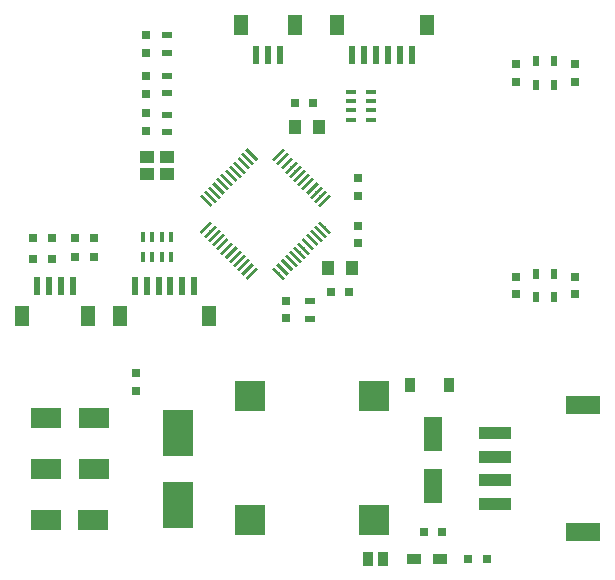
<source format=gtp>
G04 #@! TF.GenerationSoftware,KiCad,Pcbnew,(2018-02-15 revision 29b28de31)-makepkg*
G04 #@! TF.CreationDate,2018-05-29T16:30:00+09:30*
G04 #@! TF.ProjectId,ATM90E3x_fw,41544D39304533785F66772E6B696361,rev?*
G04 #@! TF.SameCoordinates,Original*
G04 #@! TF.FileFunction,Paste,Top*
G04 #@! TF.FilePolarity,Positive*
%FSLAX46Y46*%
G04 Gerber Fmt 4.6, Leading zero omitted, Abs format (unit mm)*
G04 Created by KiCad (PCBNEW (2018-02-15 revision 29b28de31)-makepkg) date 05/29/18 16:30:00*
%MOMM*%
%LPD*%
G01*
G04 APERTURE LIST*
%ADD10R,1.200000X1.800000*%
%ADD11R,0.600000X1.550000*%
%ADD12R,1.000000X1.250000*%
%ADD13R,2.500000X1.800000*%
%ADD14R,2.999740X1.498600*%
%ADD15R,2.738120X1.008380*%
%ADD16R,1.600000X3.000000*%
%ADD17R,2.500000X4.000000*%
%ADD18R,0.800000X0.750000*%
%ADD19R,0.750000X0.800000*%
%ADD20R,0.970000X1.270000*%
%ADD21R,0.900000X0.400000*%
%ADD22R,0.900000X1.200000*%
%ADD23R,0.800000X0.800000*%
%ADD24R,1.200000X0.900000*%
%ADD25R,0.400000X0.900000*%
%ADD26R,1.150000X1.000000*%
%ADD27R,0.500000X0.900000*%
%ADD28R,0.900000X0.500000*%
%ADD29R,2.500000X2.500000*%
%ADD30C,0.250000*%
%ADD31C,0.100000*%
G04 APERTURE END LIST*
D10*
X108192000Y-67041000D03*
X113792000Y-67041000D03*
D11*
X109492000Y-64516000D03*
X110492000Y-64516000D03*
X111492000Y-64516000D03*
X112492000Y-64516000D03*
X122779000Y-64531000D03*
X121779000Y-64531000D03*
X120779000Y-64531000D03*
X119779000Y-64531000D03*
X118779000Y-64531000D03*
X117779000Y-64531000D03*
D10*
X124079000Y-67056000D03*
X116479000Y-67056000D03*
X142494000Y-42418000D03*
X134894000Y-42418000D03*
D11*
X141194000Y-44943000D03*
X140194000Y-44943000D03*
X139194000Y-44943000D03*
X138194000Y-44943000D03*
X137194000Y-44943000D03*
X136194000Y-44943000D03*
D10*
X131318000Y-42418000D03*
X126718000Y-42418000D03*
D11*
X130018000Y-44943000D03*
X129018000Y-44943000D03*
X128018000Y-44943000D03*
D12*
X134144000Y-62992000D03*
X136144000Y-62992000D03*
X131350000Y-51054000D03*
X133350000Y-51054000D03*
D13*
X114236000Y-84328000D03*
X110236000Y-84328000D03*
X114268000Y-80010000D03*
X110268000Y-80010000D03*
X114268000Y-75692000D03*
X110268000Y-75692000D03*
D14*
X155735020Y-85407500D03*
X155735020Y-74609960D03*
D15*
X148236940Y-83009740D03*
X148236940Y-81008220D03*
X148236940Y-79011780D03*
X148236940Y-77010260D03*
D16*
X143002000Y-77048000D03*
X143002000Y-81448000D03*
D17*
X121412000Y-83060000D03*
X121412000Y-76960000D03*
D18*
X142252000Y-85344000D03*
X143752000Y-85344000D03*
D19*
X117856000Y-71894000D03*
X117856000Y-73394000D03*
D20*
X138816000Y-87630000D03*
X137536000Y-87630000D03*
D21*
X137756000Y-49676000D03*
X137756000Y-48876000D03*
X137756000Y-50476000D03*
X137756000Y-48076000D03*
X136056000Y-50476000D03*
X136056000Y-49676000D03*
X136056000Y-48876000D03*
X136056000Y-48076000D03*
D22*
X141098000Y-72898000D03*
X144398000Y-72898000D03*
D23*
X146012000Y-87630000D03*
X147612000Y-87630000D03*
D24*
X141394000Y-87630000D03*
X143594000Y-87630000D03*
D25*
X120034000Y-60364000D03*
X119234000Y-60364000D03*
X120834000Y-60364000D03*
X118434000Y-60364000D03*
X120834000Y-62064000D03*
X120034000Y-62064000D03*
X119234000Y-62064000D03*
X118434000Y-62064000D03*
D18*
X131342000Y-49022000D03*
X132842000Y-49022000D03*
D19*
X118745000Y-44807000D03*
X118745000Y-43307000D03*
X136652000Y-60936000D03*
X136652000Y-59436000D03*
D18*
X134378000Y-65024000D03*
X135878000Y-65024000D03*
D19*
X130556000Y-65786000D03*
X130556000Y-67286000D03*
X118745000Y-51435000D03*
X118745000Y-49935000D03*
X150000000Y-45750000D03*
X150000000Y-47250000D03*
X136652000Y-56896000D03*
X136652000Y-55396000D03*
X155000000Y-45750000D03*
X155000000Y-47250000D03*
X150000000Y-63750000D03*
X150000000Y-65250000D03*
X155000000Y-63750000D03*
X155000000Y-65250000D03*
X118745000Y-48260000D03*
X118745000Y-46760000D03*
D26*
X120509000Y-53656000D03*
X118759000Y-53656000D03*
X118759000Y-55056000D03*
X120509000Y-55056000D03*
D27*
X151750000Y-63500000D03*
X153250000Y-63500000D03*
X153250000Y-65500000D03*
X151750000Y-65500000D03*
D28*
X120523000Y-43331000D03*
X120523000Y-44831000D03*
X120523000Y-46736000D03*
X120523000Y-48236000D03*
X132588000Y-67310000D03*
X132588000Y-65810000D03*
X120523000Y-50038000D03*
X120523000Y-51538000D03*
D29*
X127492000Y-84344000D03*
X137992000Y-84344000D03*
X137992000Y-73844000D03*
X127492000Y-73844000D03*
D23*
X114338000Y-60452000D03*
X112738000Y-60452000D03*
X109182000Y-60452000D03*
X110782000Y-60452000D03*
X109182000Y-62230000D03*
X110782000Y-62230000D03*
X114338000Y-62103000D03*
X112738000Y-62103000D03*
D27*
X153250000Y-45500000D03*
X151750000Y-45500000D03*
X151750000Y-47500000D03*
X153250000Y-47500000D03*
D30*
X133831458Y-57311429D03*
D31*
G36*
X134202689Y-56763421D02*
X134379466Y-56940198D01*
X133460227Y-57859437D01*
X133283450Y-57682660D01*
X134202689Y-56763421D01*
X134202689Y-56763421D01*
G37*
D30*
X133477905Y-56957876D03*
D31*
G36*
X133849136Y-56409868D02*
X134025913Y-56586645D01*
X133106674Y-57505884D01*
X132929897Y-57329107D01*
X133849136Y-56409868D01*
X133849136Y-56409868D01*
G37*
D30*
X133124351Y-56604322D03*
D31*
G36*
X133495582Y-56056314D02*
X133672359Y-56233091D01*
X132753120Y-57152330D01*
X132576343Y-56975553D01*
X133495582Y-56056314D01*
X133495582Y-56056314D01*
G37*
D30*
X132770798Y-56250769D03*
D31*
G36*
X133142029Y-55702761D02*
X133318806Y-55879538D01*
X132399567Y-56798777D01*
X132222790Y-56622000D01*
X133142029Y-55702761D01*
X133142029Y-55702761D01*
G37*
D30*
X132417245Y-55897216D03*
D31*
G36*
X132788476Y-55349208D02*
X132965253Y-55525985D01*
X132046014Y-56445224D01*
X131869237Y-56268447D01*
X132788476Y-55349208D01*
X132788476Y-55349208D01*
G37*
D30*
X132063691Y-55543662D03*
D31*
G36*
X132434922Y-54995654D02*
X132611699Y-55172431D01*
X131692460Y-56091670D01*
X131515683Y-55914893D01*
X132434922Y-54995654D01*
X132434922Y-54995654D01*
G37*
D30*
X131710138Y-55190109D03*
D31*
G36*
X132081369Y-54642101D02*
X132258146Y-54818878D01*
X131338907Y-55738117D01*
X131162130Y-55561340D01*
X132081369Y-54642101D01*
X132081369Y-54642101D01*
G37*
D30*
X131356584Y-54836555D03*
D31*
G36*
X131727815Y-54288547D02*
X131904592Y-54465324D01*
X130985353Y-55384563D01*
X130808576Y-55207786D01*
X131727815Y-54288547D01*
X131727815Y-54288547D01*
G37*
D30*
X131003031Y-54483002D03*
D31*
G36*
X131374262Y-53934994D02*
X131551039Y-54111771D01*
X130631800Y-55031010D01*
X130455023Y-54854233D01*
X131374262Y-53934994D01*
X131374262Y-53934994D01*
G37*
D30*
X130649478Y-54129449D03*
D31*
G36*
X131020709Y-53581441D02*
X131197486Y-53758218D01*
X130278247Y-54677457D01*
X130101470Y-54500680D01*
X131020709Y-53581441D01*
X131020709Y-53581441D01*
G37*
D30*
X130295924Y-53775895D03*
D31*
G36*
X130667155Y-53227887D02*
X130843932Y-53404664D01*
X129924693Y-54323903D01*
X129747916Y-54147126D01*
X130667155Y-53227887D01*
X130667155Y-53227887D01*
G37*
D30*
X129942371Y-53422342D03*
D31*
G36*
X130313602Y-52874334D02*
X130490379Y-53051111D01*
X129571140Y-53970350D01*
X129394363Y-53793573D01*
X130313602Y-52874334D01*
X130313602Y-52874334D01*
G37*
D30*
X127679629Y-53422342D03*
D31*
G36*
X127131621Y-53051111D02*
X127308398Y-52874334D01*
X128227637Y-53793573D01*
X128050860Y-53970350D01*
X127131621Y-53051111D01*
X127131621Y-53051111D01*
G37*
D30*
X127326076Y-53775895D03*
D31*
G36*
X126778068Y-53404664D02*
X126954845Y-53227887D01*
X127874084Y-54147126D01*
X127697307Y-54323903D01*
X126778068Y-53404664D01*
X126778068Y-53404664D01*
G37*
D30*
X126972522Y-54129449D03*
D31*
G36*
X126424514Y-53758218D02*
X126601291Y-53581441D01*
X127520530Y-54500680D01*
X127343753Y-54677457D01*
X126424514Y-53758218D01*
X126424514Y-53758218D01*
G37*
D30*
X126618969Y-54483002D03*
D31*
G36*
X126070961Y-54111771D02*
X126247738Y-53934994D01*
X127166977Y-54854233D01*
X126990200Y-55031010D01*
X126070961Y-54111771D01*
X126070961Y-54111771D01*
G37*
D30*
X126265416Y-54836555D03*
D31*
G36*
X125717408Y-54465324D02*
X125894185Y-54288547D01*
X126813424Y-55207786D01*
X126636647Y-55384563D01*
X125717408Y-54465324D01*
X125717408Y-54465324D01*
G37*
D30*
X125911862Y-55190109D03*
D31*
G36*
X125363854Y-54818878D02*
X125540631Y-54642101D01*
X126459870Y-55561340D01*
X126283093Y-55738117D01*
X125363854Y-54818878D01*
X125363854Y-54818878D01*
G37*
D30*
X125558309Y-55543662D03*
D31*
G36*
X125010301Y-55172431D02*
X125187078Y-54995654D01*
X126106317Y-55914893D01*
X125929540Y-56091670D01*
X125010301Y-55172431D01*
X125010301Y-55172431D01*
G37*
D30*
X125204755Y-55897216D03*
D31*
G36*
X124656747Y-55525985D02*
X124833524Y-55349208D01*
X125752763Y-56268447D01*
X125575986Y-56445224D01*
X124656747Y-55525985D01*
X124656747Y-55525985D01*
G37*
D30*
X124851202Y-56250769D03*
D31*
G36*
X124303194Y-55879538D02*
X124479971Y-55702761D01*
X125399210Y-56622000D01*
X125222433Y-56798777D01*
X124303194Y-55879538D01*
X124303194Y-55879538D01*
G37*
D30*
X124497649Y-56604322D03*
D31*
G36*
X123949641Y-56233091D02*
X124126418Y-56056314D01*
X125045657Y-56975553D01*
X124868880Y-57152330D01*
X123949641Y-56233091D01*
X123949641Y-56233091D01*
G37*
D30*
X124144095Y-56957876D03*
D31*
G36*
X123596087Y-56586645D02*
X123772864Y-56409868D01*
X124692103Y-57329107D01*
X124515326Y-57505884D01*
X123596087Y-56586645D01*
X123596087Y-56586645D01*
G37*
D30*
X123790542Y-57311429D03*
D31*
G36*
X123242534Y-56940198D02*
X123419311Y-56763421D01*
X124338550Y-57682660D01*
X124161773Y-57859437D01*
X123242534Y-56940198D01*
X123242534Y-56940198D01*
G37*
D30*
X123790542Y-59574171D03*
D31*
G36*
X124161773Y-59026163D02*
X124338550Y-59202940D01*
X123419311Y-60122179D01*
X123242534Y-59945402D01*
X124161773Y-59026163D01*
X124161773Y-59026163D01*
G37*
D30*
X124144095Y-59927724D03*
D31*
G36*
X124515326Y-59379716D02*
X124692103Y-59556493D01*
X123772864Y-60475732D01*
X123596087Y-60298955D01*
X124515326Y-59379716D01*
X124515326Y-59379716D01*
G37*
D30*
X124497649Y-60281278D03*
D31*
G36*
X124868880Y-59733270D02*
X125045657Y-59910047D01*
X124126418Y-60829286D01*
X123949641Y-60652509D01*
X124868880Y-59733270D01*
X124868880Y-59733270D01*
G37*
D30*
X124851202Y-60634831D03*
D31*
G36*
X125222433Y-60086823D02*
X125399210Y-60263600D01*
X124479971Y-61182839D01*
X124303194Y-61006062D01*
X125222433Y-60086823D01*
X125222433Y-60086823D01*
G37*
D30*
X125204755Y-60988384D03*
D31*
G36*
X125575986Y-60440376D02*
X125752763Y-60617153D01*
X124833524Y-61536392D01*
X124656747Y-61359615D01*
X125575986Y-60440376D01*
X125575986Y-60440376D01*
G37*
D30*
X125558309Y-61341938D03*
D31*
G36*
X125929540Y-60793930D02*
X126106317Y-60970707D01*
X125187078Y-61889946D01*
X125010301Y-61713169D01*
X125929540Y-60793930D01*
X125929540Y-60793930D01*
G37*
D30*
X125911862Y-61695491D03*
D31*
G36*
X126283093Y-61147483D02*
X126459870Y-61324260D01*
X125540631Y-62243499D01*
X125363854Y-62066722D01*
X126283093Y-61147483D01*
X126283093Y-61147483D01*
G37*
D30*
X126265416Y-62049045D03*
D31*
G36*
X126636647Y-61501037D02*
X126813424Y-61677814D01*
X125894185Y-62597053D01*
X125717408Y-62420276D01*
X126636647Y-61501037D01*
X126636647Y-61501037D01*
G37*
D30*
X126618969Y-62402598D03*
D31*
G36*
X126990200Y-61854590D02*
X127166977Y-62031367D01*
X126247738Y-62950606D01*
X126070961Y-62773829D01*
X126990200Y-61854590D01*
X126990200Y-61854590D01*
G37*
D30*
X126972522Y-62756151D03*
D31*
G36*
X127343753Y-62208143D02*
X127520530Y-62384920D01*
X126601291Y-63304159D01*
X126424514Y-63127382D01*
X127343753Y-62208143D01*
X127343753Y-62208143D01*
G37*
D30*
X127326076Y-63109705D03*
D31*
G36*
X127697307Y-62561697D02*
X127874084Y-62738474D01*
X126954845Y-63657713D01*
X126778068Y-63480936D01*
X127697307Y-62561697D01*
X127697307Y-62561697D01*
G37*
D30*
X127679629Y-63463258D03*
D31*
G36*
X128050860Y-62915250D02*
X128227637Y-63092027D01*
X127308398Y-64011266D01*
X127131621Y-63834489D01*
X128050860Y-62915250D01*
X128050860Y-62915250D01*
G37*
D30*
X129942371Y-63463258D03*
D31*
G36*
X129394363Y-63092027D02*
X129571140Y-62915250D01*
X130490379Y-63834489D01*
X130313602Y-64011266D01*
X129394363Y-63092027D01*
X129394363Y-63092027D01*
G37*
D30*
X130295924Y-63109705D03*
D31*
G36*
X129747916Y-62738474D02*
X129924693Y-62561697D01*
X130843932Y-63480936D01*
X130667155Y-63657713D01*
X129747916Y-62738474D01*
X129747916Y-62738474D01*
G37*
D30*
X130649478Y-62756151D03*
D31*
G36*
X130101470Y-62384920D02*
X130278247Y-62208143D01*
X131197486Y-63127382D01*
X131020709Y-63304159D01*
X130101470Y-62384920D01*
X130101470Y-62384920D01*
G37*
D30*
X131003031Y-62402598D03*
D31*
G36*
X130455023Y-62031367D02*
X130631800Y-61854590D01*
X131551039Y-62773829D01*
X131374262Y-62950606D01*
X130455023Y-62031367D01*
X130455023Y-62031367D01*
G37*
D30*
X131356584Y-62049045D03*
D31*
G36*
X130808576Y-61677814D02*
X130985353Y-61501037D01*
X131904592Y-62420276D01*
X131727815Y-62597053D01*
X130808576Y-61677814D01*
X130808576Y-61677814D01*
G37*
D30*
X131710138Y-61695491D03*
D31*
G36*
X131162130Y-61324260D02*
X131338907Y-61147483D01*
X132258146Y-62066722D01*
X132081369Y-62243499D01*
X131162130Y-61324260D01*
X131162130Y-61324260D01*
G37*
D30*
X132063691Y-61341938D03*
D31*
G36*
X131515683Y-60970707D02*
X131692460Y-60793930D01*
X132611699Y-61713169D01*
X132434922Y-61889946D01*
X131515683Y-60970707D01*
X131515683Y-60970707D01*
G37*
D30*
X132417245Y-60988384D03*
D31*
G36*
X131869237Y-60617153D02*
X132046014Y-60440376D01*
X132965253Y-61359615D01*
X132788476Y-61536392D01*
X131869237Y-60617153D01*
X131869237Y-60617153D01*
G37*
D30*
X132770798Y-60634831D03*
D31*
G36*
X132222790Y-60263600D02*
X132399567Y-60086823D01*
X133318806Y-61006062D01*
X133142029Y-61182839D01*
X132222790Y-60263600D01*
X132222790Y-60263600D01*
G37*
D30*
X133124351Y-60281278D03*
D31*
G36*
X132576343Y-59910047D02*
X132753120Y-59733270D01*
X133672359Y-60652509D01*
X133495582Y-60829286D01*
X132576343Y-59910047D01*
X132576343Y-59910047D01*
G37*
D30*
X133477905Y-59927724D03*
D31*
G36*
X132929897Y-59556493D02*
X133106674Y-59379716D01*
X134025913Y-60298955D01*
X133849136Y-60475732D01*
X132929897Y-59556493D01*
X132929897Y-59556493D01*
G37*
D30*
X133831458Y-59574171D03*
D31*
G36*
X133283450Y-59202940D02*
X133460227Y-59026163D01*
X134379466Y-59945402D01*
X134202689Y-60122179D01*
X133283450Y-59202940D01*
X133283450Y-59202940D01*
G37*
M02*

</source>
